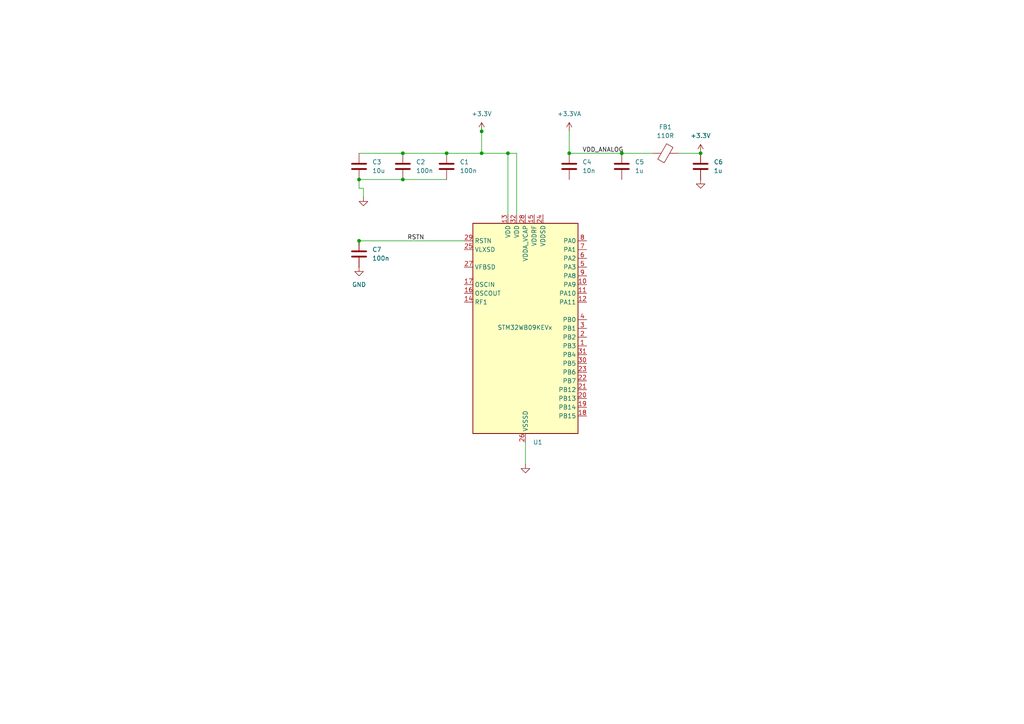
<source format=kicad_sch>
(kicad_sch (version 20231120) (generator "eeschema") (generator_version "8.0")
  (paper "A4")
  (lib_symbols
    (symbol "Device:C" (pin_numbers hide) (pin_names (offset 0.254))
      (property "Reference" "C" (at 0.635 2.54 0))
      (property "Value" "C" (at 0.635 -2.54 0))
      (symbol "C_0_1"
        (polyline (pts (xy -2.032 -0.762) (xy 2.032 -0.762)) (stroke (width 0.508)))
        (polyline (pts (xy -2.032 0.762) (xy 2.032 0.762)) (stroke (width 0.508)))
      )
      (symbol "C_1_1"
        (pin passive line (at 0 3.81 270) (length 2.794) (name "~") (number "1"))
        (pin passive line (at 0 -3.81 90) (length 2.794) (name "~") (number "2"))
      )
    )
    (symbol "Device:FerriteBead" (pin_numbers hide) (pin_names (offset 0))
      (property "Reference" "FB" (at -3.81 0.635 90))
      (property "Value" "FerriteBead" (at 3.81 0 90))
      (symbol "FerriteBead_0_1"
        (polyline (pts (xy 0 -1.27) (xy 0 -1.2192)))
        (polyline (pts (xy 0 1.27) (xy 0 1.2954)))
        (polyline (pts (xy -2.7686 0.4064) (xy -1.7018 2.2606) (xy 2.7686 -0.3048) (xy 1.6764 -2.159) (xy -2.7686 0.4064)))
      )
      (symbol "FerriteBead_1_1"
        (pin passive line (at 0 3.81 270) (length 2.54) (name "~") (number "1"))
        (pin passive line (at 0 -3.81 90) (length 2.54) (name "~") (number "2"))
      )
    )
    (symbol "MCU_ST_STM32WB:STM32WB09KEVx"
      (property "Reference" "U" (at -15.24 31.75 0))
      (property "Value" "STM32WB09KEVx" (at 7.62 31.75 0))
      (symbol "STM32WB09KEVx_0_1"
        (rectangle (start -15.24 -30.48) (end 15.24 30.48) (stroke (width 0.254)) (fill (type background)))
      )
      (symbol "STM32WB09KEVx_1_1"
        (pin bidirectional line (at 17.78 -5.08 180) (length 2.54) (name "PB3") (number "1"))
        (pin bidirectional line (at 17.78 12.7 180) (length 2.54) (name "PA9") (number "10"))
        (pin bidirectional line (at 17.78 10.16 180) (length 2.54) (name "PA10") (number "11"))
        (pin bidirectional line (at 17.78 7.62 180) (length 2.54) (name "PA11") (number "12"))
        (pin power_in line (at -5.08 33.02 270) (length 2.54) (name "VDD") (number "13"))
        (pin bidirectional line (at -17.78 7.62 0) (length 2.54) (name "RF1") (number "14"))
        (pin power_in line (at 2.54 33.02 270) (length 2.54) (name "VDDRF") (number "15"))
        (pin bidirectional line (at -17.78 10.16 0) (length 2.54) (name "OSCOUT") (number "16"))
        (pin bidirectional line (at -17.78 12.7 0) (length 2.54) (name "OSCIN") (number "17"))
        (pin bidirectional line (at 17.78 -25.4 180) (length 2.54) (name "PB15") (number "18"))
        (pin bidirectional line (at 17.78 -22.86 180) (length 2.54) (name "PB14") (number "19"))
        (pin bidirectional line (at 17.78 -2.54 180) (length 2.54) (name "PB2") (number "2"))
        (pin bidirectional line (at 17.78 -20.32 180) (length 2.54) (name "PB13") (number "20"))
        (pin bidirectional line (at 17.78 -17.78 180) (length 2.54) (name "PB12") (number "21"))
        (pin bidirectional line (at 17.78 -15.24 180) (length 2.54) (name "PB7") (number "22"))
        (pin bidirectional line (at 17.78 -12.7 180) (length 2.54) (name "PB6") (number "23"))
        (pin power_in line (at 5.08 33.02 270) (length 2.54) (name "VDDSD") (number "24"))
        (pin power_in line (at -17.78 22.86 0) (length 2.54) (name "VLXSD") (number "25"))
        (pin power_in line (at 0 -33.02 90) (length 2.54) (name "VSSSD") (number "26"))
        (pin input line (at -17.78 17.78 0) (length 2.54) (name "VFBSD") (number "27"))
        (pin power_in line (at 0 33.02 270) (length 2.54) (name "VDDA_VCAP") (number "28"))
        (pin power_in line (at -17.78 25.4 0) (length 2.54) (name "RSTN") (number "29"))
        (pin bidirectional line (at 17.78 0 180) (length 2.54) (name "PB1") (number "3"))
        (pin bidirectional line (at 17.78 -10.16 180) (length 2.54) (name "PB5") (number "30"))
        (pin bidirectional line (at 17.78 -7.62 180) (length 2.54) (name "PB4") (number "31"))
        (pin power_in line (at -2.54 33.02 270) (length 2.54) (name "VDD") (number "32"))
        (pin bidirectional line (at 17.78 2.54 180) (length 2.54) (name "PB0") (number "4"))
        (pin bidirectional line (at 17.78 17.78 180) (length 2.54) (name "PA3") (number "5"))
        (pin bidirectional line (at 17.78 20.32 180) (length 2.54) (name "PA2") (number "6"))
        (pin bidirectional line (at 17.78 22.86 180) (length 2.54) (name "PA1") (number "7"))
        (pin bidirectional line (at 17.78 25.4 180) (length 2.54) (name "PA0") (number "8"))
        (pin bidirectional line (at 17.78 15.24 180) (length 2.54) (name "PA8") (number "9"))
      )
    )
    (symbol "power:+3.3V" (power) (pin_numbers hide) (pin_names (offset 0) hide)
      (property "Value" "+3.3V" (at 0 3.556 0))
      (symbol "+3.3V_0_1"
        (polyline (pts (xy -0.762 1.27) (xy 0 2.54)))
        (polyline (pts (xy 0 0) (xy 0 2.54)))
        (polyline (pts (xy 0 2.54) (xy 0.762 1.27)))
      )
      (symbol "+3.3V_1_1"
        (pin power_in line (at 0 0 90) (length 0) (name "~") (number "1"))
      )
    )
    (symbol "power:+3.3VA" (power) (pin_numbers hide) (pin_names (offset 0) hide)
      (property "Value" "+3.3VA" (at 0 3.556 0))
      (symbol "+3.3VA_0_1"
        (polyline (pts (xy -0.762 1.27) (xy 0 2.54)))
        (polyline (pts (xy 0 0) (xy 0 2.54)))
        (polyline (pts (xy 0 2.54) (xy 0.762 1.27)))
      )
      (symbol "+3.3VA_1_1"
        (pin power_in line (at 0 0 90) (length 0) (name "~") (number "1"))
      )
    )
    (symbol "power:GND" (power) (pin_numbers hide) (pin_names (offset 0) hide)
      (property "Value" "GND" (at 0 -3.81 0))
      (symbol "GND_0_1"
        (polyline (pts (xy 0 0) (xy 0 -1.27) (xy 1.27 -1.27) (xy 0 -2.54) (xy -1.27 -1.27) (xy 0 -1.27)))
      )
      (symbol "GND_1_1"
        (pin power_in line (at 0 0 270) (length 0) (name "~") (number "1"))
      )
    )
  )
  (junction (at 139.7 38.1))
  (junction (at 139.7 44.45))
  (junction (at 180.34 44.45))
  (junction (at 147.32 44.45))
  (junction (at 203.2 44.45))
  (junction (at 116.84 52.07))
  (junction (at 129.54 44.45))
  (junction (at 104.14 52.07))
  (junction (at 116.84 44.45))
  (junction (at 165.1 44.45))
  (junction (at 104.14 69.85))
  (wire (pts (xy 149.86 44.45) (xy 149.86 62.23)))
  (wire (pts (xy 104.14 44.45) (xy 116.84 44.45)))
  (wire (pts (xy 149.86 44.45) (xy 147.32 44.45)))
  (wire (pts (xy 165.1 38.1) (xy 165.1 44.45)))
  (wire (pts (xy 196.85 44.45) (xy 203.2 44.45)))
  (wire (pts (xy 116.84 44.45) (xy 129.54 44.45)))
  (wire (pts (xy 104.14 52.07) (xy 116.84 52.07)))
  (wire (pts (xy 104.14 69.85) (xy 104.14 71.12)))
  (wire (pts (xy 180.34 44.45) (xy 189.23 44.45)))
  (wire (pts (xy 105.41 54.61) (xy 104.14 54.61)))
  (wire (pts (xy 129.54 44.45) (xy 139.7 44.45)))
  (wire (pts (xy 116.84 52.07) (xy 129.54 52.07)))
  (wire (pts (xy 139.7 36.83) (xy 139.7 38.1)))
  (wire (pts (xy 152.4 128.27) (xy 152.4 134.62)))
  (wire (pts (xy 147.32 44.45) (xy 147.32 62.23)))
  (wire (pts (xy 139.7 38.1) (xy 139.7 44.45)))
  (wire (pts (xy 165.1 44.45) (xy 180.34 44.45)))
  (wire (pts (xy 147.32 44.45) (xy 139.7 44.45)))
  (wire (pts (xy 104.14 69.85) (xy 134.62 69.85)))
  (wire (pts (xy 104.14 54.61) (xy 104.14 52.07)))
  (wire (pts (xy 105.41 57.15) (xy 105.41 54.61)))
  (label "RSTN" (at 118.11 69.85 0))
  (label "VDD_ANALOG" (at 168.91 44.45 0))
  (symbol (lib_id "Device:C") (at 116.84 48.26 0) (unit 1)
    (property "Reference" "C2" (at 120.65 46.9899 0) (effects (justify left)))
    (property "Value" "100n" (at 120.65 49.5299 0) (effects (justify left)))
    (property "Description" "Unpolarized capacitor" (effects (hide yes)))
  )
  (symbol (lib_id "Device:C") (at 165.1 48.26 0) (unit 1)
    (property "Reference" "C4" (at 168.91 46.9899 0) (effects (justify left)))
    (property "Value" "10n" (at 168.91 49.5299 0) (effects (justify left)))
    (property "Description" "Unpolarized capacitor" (effects (hide yes)))
  )
  (symbol (lib_id "Device:FerriteBead") (at 193.04 44.45 90) (unit 1)
    (property "Reference" "FB1" (at 192.9892 36.83 90))
    (property "Value" "110R" (at 192.9892 39.37 90))
    (property "Description" "Ferrite bead" (effects (hide yes)))
  )
  (symbol (lib_id "Device:C") (at 129.54 48.26 0) (unit 1)
    (property "Reference" "C1" (at 133.35 46.9899 0) (effects (justify left)))
    (property "Value" "100n" (at 133.35 49.5299 0) (effects (justify left)))
    (property "Description" "Unpolarized capacitor" (effects (hide yes)))
  )
  (symbol (lib_id "Device:C") (at 203.2 48.26 0) (unit 1)
    (property "Reference" "C6" (at 207.01 46.9899 0) (effects (justify left)))
    (property "Value" "1u" (at 207.01 49.5299 0) (effects (justify left)))
    (property "Description" "Unpolarized capacitor" (effects (hide yes)))
  )
  (symbol (lib_id "Device:C") (at 180.34 48.26 0) (unit 1)
    (property "Reference" "C5" (at 184.15 46.9899 0) (effects (justify left)))
    (property "Value" "1u" (at 184.15 49.5299 0) (effects (justify left)))
    (property "Description" "Unpolarized capacitor" (effects (hide yes)))
  )
  (symbol (lib_id "Device:C") (at 104.14 73.66 0) (unit 1)
    (property "Reference" "C7" (at 107.95 72.3899 0) (effects (justify left)))
    (property "Value" "100n" (at 107.95 74.9299 0) (effects (justify left)))
    (property "Description" "Unpolarized capacitor" (effects (hide yes)))
  )
  (symbol (lib_id "MCU_ST_STM32WB:STM32WB09KEVx") (at 152.4 95.25 0) (unit 1)
    (property "Reference" "U1" (at 154.5941 128.27 0) (effects (justify left)))
    (property "Value" "STM32WB09KEVx" (at 144.272 94.996 0) (effects (justify left)))
    (property "Footprint" "Package_DFN_QFN:QFN-32-1EP_5x5mm_P0.5mm_EP3.7x3.7mm" (effects (hide yes)))
    (property "Datasheet" "https://www.st.com/resource/en/datasheet/stm32wb09ke.pdf" (effects (hide yes)))
    (property "Description" "STMicroelectronics Arm Cortex-M0+ MCU, 512KB flash, 64KB RAM, 20 GPIO, VFQFPN32" (effects (hide yes)))
  )
  (symbol (lib_id "power:GND") (at 152.4 134.62 0) (unit 1)
    (property "Reference" "#PWR01" (effects (hide yes)))
    (property "Value" "GND" (effects (hide yes)))
    (property "Description" "Power symbol creates a global label with name \"GND\" , ground" (effects (hide yes)))
  )
  (symbol (lib_id "power:+3.3V") (at 139.7 38.1 0) (unit 1)
    (property "Reference" "#PWR02" (effects (hide yes)))
    (property "Value" "+3.3V" (at 139.7 33.02 0))
    (property "Description" "Power symbol creates a global label with name \"+3.3V\"" (effects (hide yes)))
  )
  (symbol (lib_id "power:+3.3V") (at 203.2 44.45 0) (unit 1)
    (property "Reference" "#PWR05" (effects (hide yes)))
    (property "Value" "+3.3V" (at 203.2 39.37 0))
    (property "Description" "Power symbol creates a global label with name \"+3.3V\"" (effects (hide yes)))
  )
  (symbol (lib_id "power:+3.3VA") (at 165.1 38.1 0) (unit 1)
    (property "Reference" "#PWR04" (effects (hide yes)))
    (property "Value" "+3.3VA" (at 165.1 33.02 0))
    (property "Description" "Power symbol creates a global label with name \"+3.3VA\"" (effects (hide yes)))
  )
  (symbol (lib_id "power:GND") (at 203.2 52.07 0) (unit 1)
    (property "Reference" "#PWR06" (effects (hide yes)))
    (property "Value" "GND" (effects (hide yes)))
    (property "Description" "Power symbol creates a global label with name \"GND\" , ground" (effects (hide yes)))
  )
  (symbol (lib_id "power:GND") (at 104.14 77.47 0) (unit 1)
    (property "Reference" "#PWR07" (effects (hide yes)))
    (property "Value" "GND" (at 104.14 82.55 0))
    (property "Description" "Power symbol creates a global label with name \"GND\" , ground" (effects (hide yes)))
  )
  (symbol (lib_id "power:GND") (at 105.41 57.15 0) (unit 1)
    (property "Reference" "#PWR03" (effects (hide yes)))
    (property "Value" "GND" (effects (hide yes)))
    (property "Description" "Power symbol creates a global label with name \"GND\" , ground" (effects (hide yes)))
  )
  (symbol (lib_id "Device:C") (at 104.14 48.26 0) (unit 1)
    (property "Reference" "C3" (at 107.95 46.9899 0) (effects (justify left)))
    (property "Value" "10u" (at 107.95 49.5299 0) (effects (justify left)))
    (property "Description" "Unpolarized capacitor" (effects (hide yes)))
  )
)
</source>
